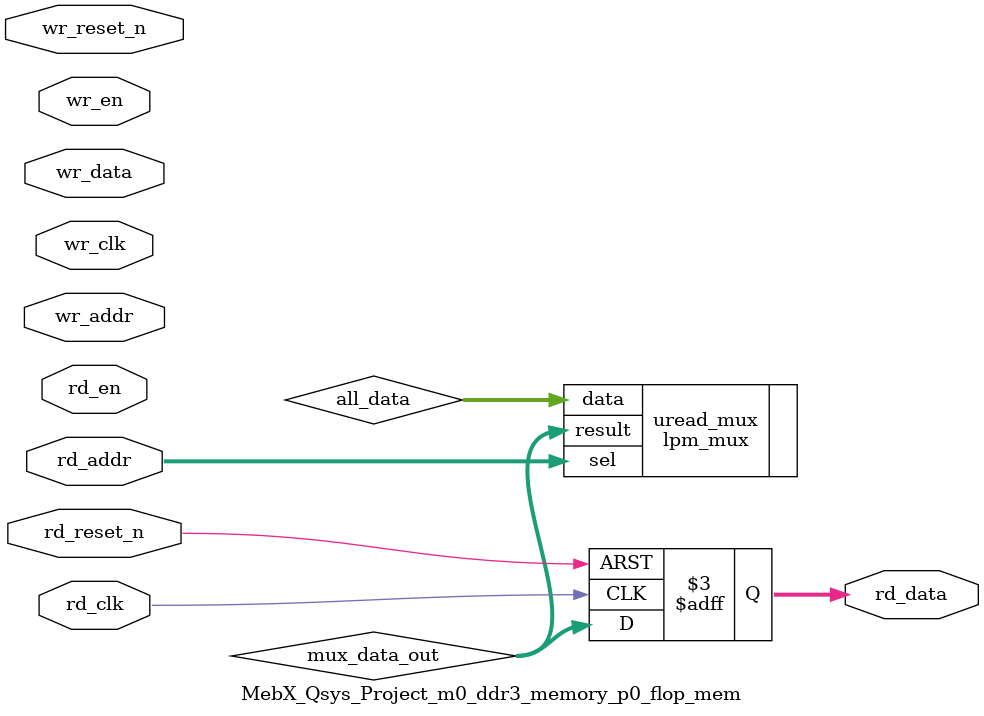
<source format=v>



`timescale 1 ps / 1 ps

(* altera_attribute = "-name ALLOW_SYNCH_CTRL_USAGE ON;-name AUTO_CLOCK_ENABLE_RECOGNITION ON" *)
module MebX_Qsys_Project_m0_ddr3_memory_p0_flop_mem(
	wr_reset_n,
	wr_clk,
	wr_en,
	wr_addr,
	wr_data,
	rd_reset_n,
	rd_clk,
	rd_en,
	rd_addr,
	rd_data
);

parameter WRITE_MEM_DEPTH	= "";
parameter WRITE_ADDR_WIDTH	= "";
parameter WRITE_DATA_WIDTH	= "";
parameter READ_MEM_DEPTH	= "";
parameter READ_ADDR_WIDTH	= "";		 
parameter READ_DATA_WIDTH	= "";


input	wr_reset_n;
input	wr_clk;
input	wr_en;
input	[WRITE_ADDR_WIDTH-1:0] wr_addr;
input	[WRITE_DATA_WIDTH-1:0] wr_data;
input	rd_reset_n;
input	rd_clk;
input	rd_en;
input	[READ_ADDR_WIDTH-1:0] rd_addr;
output	[READ_DATA_WIDTH-1:0] rd_data;



wire	[WRITE_DATA_WIDTH*WRITE_MEM_DEPTH-1:0] all_data;
wire	[READ_DATA_WIDTH-1:0] mux_data_out;



// declare a memory with WRITE_MEM_DEPTH entries
// each entry contains a data size of WRITE_DATA_WIDTH
reg	[WRITE_DATA_WIDTH-1:0] data_stored [0:WRITE_MEM_DEPTH-1] /* synthesis syn_preserve = 1 */;
reg	[READ_DATA_WIDTH-1:0] rd_data;

generate
genvar entry;
	for (entry=0; entry < WRITE_MEM_DEPTH; entry=entry+1)
	begin: mem_location
		assign all_data[(WRITE_DATA_WIDTH*(entry+1)-1) : (WRITE_DATA_WIDTH*entry)] = data_stored[entry]; 
		
		always @(posedge wr_clk or negedge wr_reset_n)
		begin
			if (~wr_reset_n) begin
				data_stored[entry] <= {WRITE_DATA_WIDTH{1'b0}};
			end else begin
				if (wr_en) begin
					if (entry == wr_addr) begin
						data_stored[entry] <= wr_data;
					end
				end
			end
		end		
	end
endgenerate

// mux to select the correct output data based on read address
lpm_mux	uread_mux(
	.sel (rd_addr),
	.data (all_data),
	.result (mux_data_out)
	// synopsys translate_off
	,
	.aclr (),
	.clken (),
	.clock ()
	// synopsys translate_on
	);
 defparam uread_mux.lpm_size = READ_MEM_DEPTH;
 defparam uread_mux.lpm_type = "LPM_MUX";
 defparam uread_mux.lpm_width = READ_DATA_WIDTH;
 defparam uread_mux.lpm_widths = READ_ADDR_WIDTH;

always @(posedge rd_clk or negedge rd_reset_n)	
begin
	if (~rd_reset_n) begin
		rd_data <= {READ_DATA_WIDTH{1'b0}};
	end else begin
		rd_data <= mux_data_out;
	end
end

endmodule

</source>
